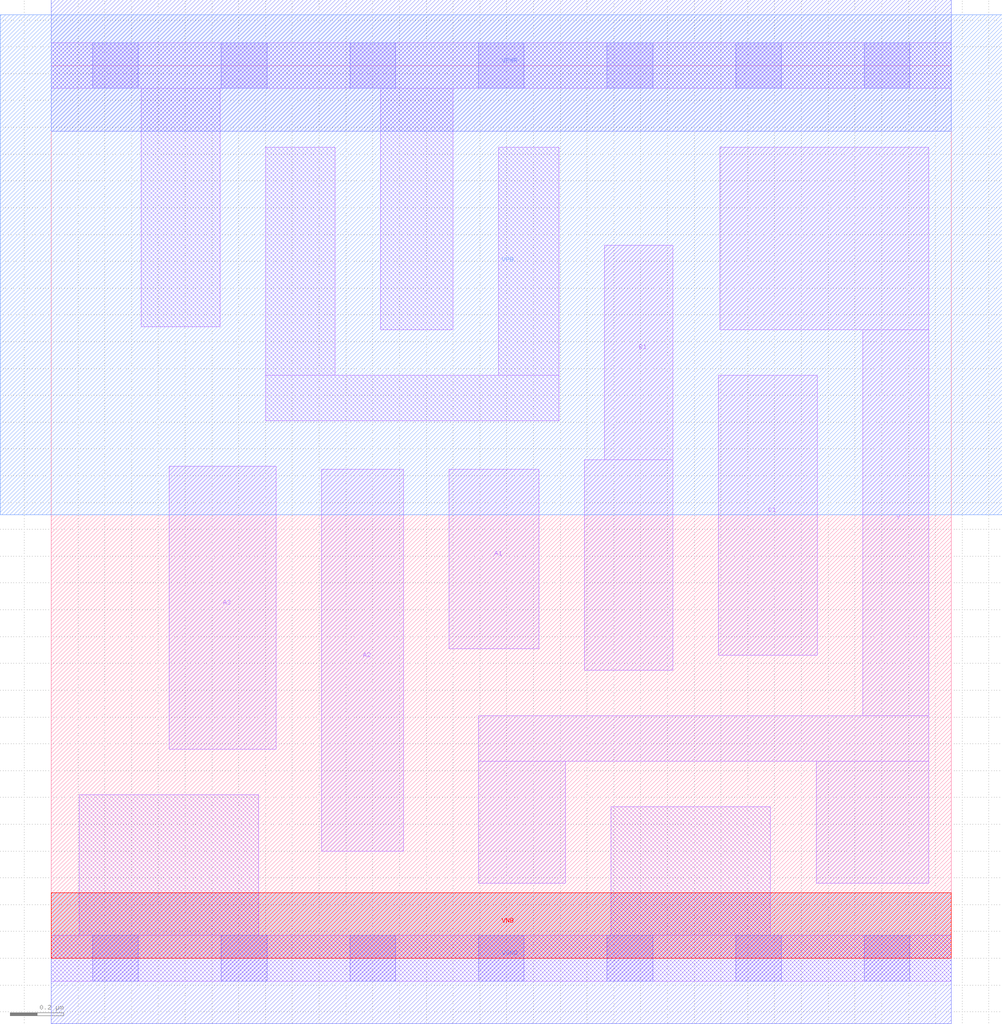
<source format=lef>
# Copyright 2020 The SkyWater PDK Authors
#
# Licensed under the Apache License, Version 2.0 (the "License");
# you may not use this file except in compliance with the License.
# You may obtain a copy of the License at
#
#     https://www.apache.org/licenses/LICENSE-2.0
#
# Unless required by applicable law or agreed to in writing, software
# distributed under the License is distributed on an "AS IS" BASIS,
# WITHOUT WARRANTIES OR CONDITIONS OF ANY KIND, either express or implied.
# See the License for the specific language governing permissions and
# limitations under the License.
#
# SPDX-License-Identifier: Apache-2.0

VERSION 5.7 ;
  NOWIREEXTENSIONATPIN ON ;
  DIVIDERCHAR "/" ;
  BUSBITCHARS "[]" ;
MACRO sky130_fd_sc_lp__a311oi_0
  CLASS CORE ;
  FOREIGN sky130_fd_sc_lp__a311oi_0 ;
  ORIGIN  0.000000  0.000000 ;
  SIZE  3.360000 BY  3.330000 ;
  SYMMETRY X Y R90 ;
  SITE unit ;
  PIN A1
    ANTENNAGATEAREA  0.159000 ;
    DIRECTION INPUT ;
    USE SIGNAL ;
    PORT
      LAYER li1 ;
        RECT 1.485000 1.155000 1.820000 1.825000 ;
    END
  END A1
  PIN A2
    ANTENNAGATEAREA  0.159000 ;
    DIRECTION INPUT ;
    USE SIGNAL ;
    PORT
      LAYER li1 ;
        RECT 1.010000 0.400000 1.315000 1.825000 ;
    END
  END A2
  PIN A3
    ANTENNAGATEAREA  0.159000 ;
    DIRECTION INPUT ;
    USE SIGNAL ;
    PORT
      LAYER li1 ;
        RECT 0.440000 0.780000 0.840000 1.835000 ;
    END
  END A3
  PIN B1
    ANTENNAGATEAREA  0.159000 ;
    DIRECTION INPUT ;
    USE SIGNAL ;
    PORT
      LAYER li1 ;
        RECT 1.990000 1.075000 2.320000 1.860000 ;
        RECT 2.065000 1.860000 2.320000 2.660000 ;
    END
  END B1
  PIN C1
    ANTENNAGATEAREA  0.159000 ;
    DIRECTION INPUT ;
    USE SIGNAL ;
    PORT
      LAYER li1 ;
        RECT 2.490000 1.130000 2.860000 2.175000 ;
    END
  END C1
  PIN Y
    ANTENNADIFFAREA  0.411100 ;
    DIRECTION OUTPUT ;
    USE SIGNAL ;
    PORT
      LAYER li1 ;
        RECT 1.595000 0.280000 1.920000 0.735000 ;
        RECT 1.595000 0.735000 3.275000 0.905000 ;
        RECT 2.495000 2.345000 3.275000 3.025000 ;
        RECT 2.855000 0.280000 3.275000 0.735000 ;
        RECT 3.030000 0.905000 3.275000 2.345000 ;
    END
  END Y
  PIN VGND
    DIRECTION INOUT ;
    USE GROUND ;
    PORT
      LAYER met1 ;
        RECT 0.000000 -0.245000 3.360000 0.245000 ;
    END
  END VGND
  PIN VNB
    DIRECTION INOUT ;
    USE GROUND ;
    PORT
      LAYER pwell ;
        RECT 0.000000 0.000000 3.360000 0.245000 ;
    END
  END VNB
  PIN VPB
    DIRECTION INOUT ;
    USE POWER ;
    PORT
      LAYER nwell ;
        RECT -0.190000 1.655000 3.550000 3.520000 ;
    END
  END VPB
  PIN VPWR
    DIRECTION INOUT ;
    USE POWER ;
    PORT
      LAYER met1 ;
        RECT 0.000000 3.085000 3.360000 3.575000 ;
    END
  END VPWR
  OBS
    LAYER li1 ;
      RECT 0.000000 -0.085000 3.360000 0.085000 ;
      RECT 0.000000  3.245000 3.360000 3.415000 ;
      RECT 0.105000  0.085000 0.775000 0.610000 ;
      RECT 0.335000  2.355000 0.630000 3.245000 ;
      RECT 0.800000  2.005000 1.895000 2.175000 ;
      RECT 0.800000  2.175000 1.060000 3.025000 ;
      RECT 1.230000  2.345000 1.500000 3.245000 ;
      RECT 1.670000  2.175000 1.895000 3.025000 ;
      RECT 2.090000  0.085000 2.685000 0.565000 ;
    LAYER mcon ;
      RECT 0.155000 -0.085000 0.325000 0.085000 ;
      RECT 0.155000  3.245000 0.325000 3.415000 ;
      RECT 0.635000 -0.085000 0.805000 0.085000 ;
      RECT 0.635000  3.245000 0.805000 3.415000 ;
      RECT 1.115000 -0.085000 1.285000 0.085000 ;
      RECT 1.115000  3.245000 1.285000 3.415000 ;
      RECT 1.595000 -0.085000 1.765000 0.085000 ;
      RECT 1.595000  3.245000 1.765000 3.415000 ;
      RECT 2.075000 -0.085000 2.245000 0.085000 ;
      RECT 2.075000  3.245000 2.245000 3.415000 ;
      RECT 2.555000 -0.085000 2.725000 0.085000 ;
      RECT 2.555000  3.245000 2.725000 3.415000 ;
      RECT 3.035000 -0.085000 3.205000 0.085000 ;
      RECT 3.035000  3.245000 3.205000 3.415000 ;
  END
END sky130_fd_sc_lp__a311oi_0
END LIBRARY

</source>
